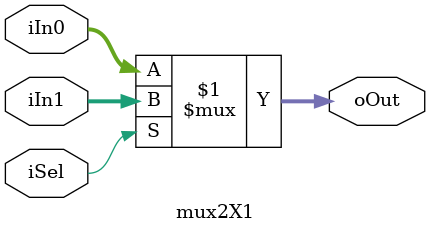
<source format=v>
`timescale 1ns / 1ps


module carry_select_adder_slice_kogge_stone_Nb #(
        parameter   ADDER_WIDTH = 64,
        parameter   SUBADDER_WIDTH = 16  
    )
    (
        input   wire [ADDER_WIDTH-1:0]  iA, iB, 
        input   wire                    iCarry,
        output  wire [ADDER_WIDTH-1:0]  oSum, 
        output  wire                    oCarry
    );
    
    wire [ADDER_WIDTH-1:0] wS0, wS1;
    wire [ADDER_WIDTH/SUBADDER_WIDTH:0] wC0, wC1; 
    
    assign wC0[0] = 1'b0;
    assign wC1[0] = 1'b1;   
        
    genvar i;                 
    generate                  
        for (i = 0; i < ADDER_WIDTH/SUBADDER_WIDTH; i = i+1) 
        begin                 
            kogge_stone_adder_16b  kogge_stone_adder_16b_inst               
            (
                .iA( iA[(i*SUBADDER_WIDTH)+SUBADDER_WIDTH-1 : i*SUBADDER_WIDTH] ), 
                .iB( iB[(i*SUBADDER_WIDTH)+SUBADDER_WIDTH-1 : i*SUBADDER_WIDTH] ),
                .iCarry( wC0[i] ),
                .oSum( wS0[(i*SUBADDER_WIDTH)+SUBADDER_WIDTH-1 : i*SUBADDER_WIDTH] ),
                .oCarry( wC0[i+1] )
            );
        end                   
    endgenerate
    
    genvar j;                 
    generate                  
        for (j = 0; j < ADDER_WIDTH/SUBADDER_WIDTH; j = j+1) 
        begin                 
            kogge_stone_adder_16b  kogge_stone_adder_16b_inst               
            (
                .iA( iA[(j*SUBADDER_WIDTH)+SUBADDER_WIDTH-1 : j*SUBADDER_WIDTH] ), 
                .iB( iB[(j*SUBADDER_WIDTH)+SUBADDER_WIDTH-1 : j*SUBADDER_WIDTH] ),
                .iCarry( wC1[j] ),
                .oSum( wS1[(j*SUBADDER_WIDTH)+SUBADDER_WIDTH-1 : j*SUBADDER_WIDTH] ),
                .oCarry( wC1[j+1] )
            );
        end                   
    endgenerate               
    
    mux2X1 #(ADDER_WIDTH) mux2X1_inst_sum(
        .iIn0( wS0 ),
        .iIn1( wS1 ),
        .iSel( iCarry ),
        .oOut( oSum )
        );
    
    mux2X1 #(1) mux2X1_inst_carry(
        .iIn0( wC0[ADDER_WIDTH/SUBADDER_WIDTH] ),
        .iIn1( wC1[ADDER_WIDTH/SUBADDER_WIDTH] ),
        .iSel( iCarry ),
        .oOut( oCarry )
        );
    
endmodule

module carry_select_adder_slice_ripple_carry #(
    parameter   ADDER_WIDTH = 2
    )
    (
    input   wire [ADDER_WIDTH-1:0]  iA, iB, 
    input   wire                    iCarry,
    output  wire [ADDER_WIDTH-1:0]  oSum, 
    output  wire                    oCarry
    );
    
    wire [ADDER_WIDTH-1:0] wS0, wS1;
    wire wC0, wC1;
    
    ripple_carry_adder_Nb #( .ADDER_WIDTH(2) ) ripple_carry_adder_Nb_inst1 (
        .iA( iA ), 
        .iB( iB ),
        .iCarry( 1'b0 ),
        .oSum( wS0 ),
        .oCarry( wC0 )
        );

    ripple_carry_adder_Nb  #( .ADDER_WIDTH(2) ) ripple_carry_adder_Nb_inst2 (
         .iA( iA ), 
        .iB( iB ),
        .iCarry( 1'b1 ),
        .oSum( wS1 ),
        .oCarry( wC1 )
        );
    
    mux2X1 #(ADDER_WIDTH) mux2X1_inst_sum(
        .iIn0( wS0 ),
        .iIn1( wS1 ),
        .iSel( iCarry ),
        .oOut( oSum )
        );
    
    mux2X1 #(1) mux2X1_inst_carry(
        .iIn0( wC0 ),
        .iIn1( wC1 ),
        .iSel( iCarry ),
        .oOut( oCarry )
        );
endmodule

module carry_select_adder_slice_carry_lookahead_4b #(
    parameter   ADDER_WIDTH = 4
    )
    (
    input   wire [ADDER_WIDTH-1:0]  iA, iB, 
    input   wire                    iCarry,
    output  wire [ADDER_WIDTH-1:0]  oSum, 
    output  wire                    oCarry
    );
    
    wire [ADDER_WIDTH-1:0] wS0, wS1;
    wire wC0, wC1;
    
    carry_lookahead_adder_4b carry_lookahead_adder_4b_inst1 (
        .iA( iA ), 
        .iB( iB ),
        .iCarry( 1'b0 ),
        .oSum( wS0 ),
        .oCarry( wC0 )
        );

    carry_lookahead_adder_4b carry_lookahead_adder_4b_inst2 (
         .iA( iA ), 
        .iB( iB ),
        .iCarry( 1'b1 ),
        .oSum( wS1 ),
        .oCarry( wC1 )
        );
    
    mux2X1 #(ADDER_WIDTH) mux2X1_inst_sum(
        .iIn0( wS0 ),
        .iIn1( wS1 ),
        .iSel( iCarry ),
        .oOut( oSum )
        );
    
    mux2X1 #(1) mux2X1_inst_carry(
        .iIn0( wC0 ),
        .iIn1( wC1 ),
        .iSel( iCarry ),
        .oOut( oCarry )
        );
endmodule

module carry_select_adder_slice_carry_lookahead_8b #(
    parameter   ADDER_WIDTH = 8
    )
    (
    input   wire [ADDER_WIDTH-1:0]  iA, iB, 
    input   wire                    iCarry,
    output  wire [ADDER_WIDTH-1:0]  oSum, 
    output  wire                    oCarry
    );
    
    wire [ADDER_WIDTH-1:0] wS0, wS1;
    wire wC0, wC1;
    
    carry_lookahead_adder_8b carry_lookahead_adder_8b_inst1 (
        .iA( iA ), 
        .iB( iB ),
        .iCarry( 1'b0 ),
        .oSum( wS0 ),
        .oCarry( wC0 )
        );

    carry_lookahead_adder_8b carry_lookahead_adder_8b_inst2 (
         .iA( iA ), 
        .iB( iB ),
        .iCarry( 1'b1 ),
        .oSum( wS1 ),
        .oCarry( wC1 )
        );
    
    mux2X1 #(ADDER_WIDTH) mux2X1_inst_sum(
        .iIn0( wS0 ),
        .iIn1( wS1 ),
        .iSel( iCarry ),
        .oOut( oSum )
        );
    
    mux2X1 #(1) mux2X1_inst_carry(
        .iIn0( wC0 ),
        .iIn1( wC1 ),
        .iSel( iCarry ),
        .oOut( oCarry )
        );
endmodule

module mux2X1 #(
    parameter   WIDTH = 16
    )
    (
    input   wire [WIDTH-1:0]  iIn0, iIn1,
    input   wire              iSel,
    output  wire [WIDTH-1:0]  oOut
    );
    
    assign oOut = (iSel) ? iIn1 : iIn0;
endmodule

</source>
